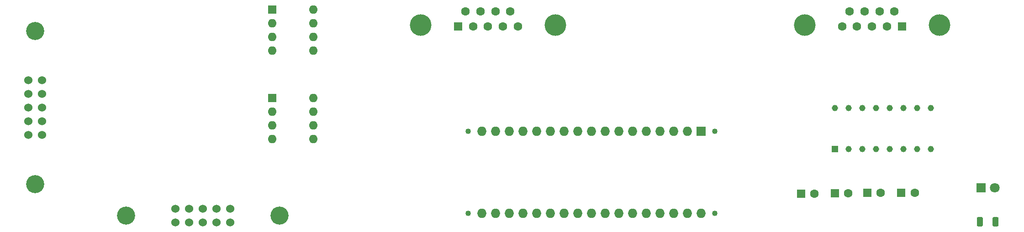
<source format=gbr>
%TF.GenerationSoftware,KiCad,Pcbnew,(5.1.9)-1*%
%TF.CreationDate,2021-03-26T17:14:50+01:00*%
%TF.ProjectId,Microcontroller,4d696372-6f63-46f6-9e74-726f6c6c6572,rev?*%
%TF.SameCoordinates,Original*%
%TF.FileFunction,Soldermask,Bot*%
%TF.FilePolarity,Negative*%
%FSLAX46Y46*%
G04 Gerber Fmt 4.6, Leading zero omitted, Abs format (unit mm)*
G04 Created by KiCad (PCBNEW (5.1.9)-1) date 2021-03-26 17:14:50*
%MOMM*%
%LPD*%
G01*
G04 APERTURE LIST*
%ADD10R,1.160000X1.160000*%
%ADD11C,1.160000*%
%ADD12C,1.800000*%
%ADD13R,1.800000X1.800000*%
%ADD14C,1.524000*%
%ADD15C,3.352800*%
%ADD16C,1.600000*%
%ADD17R,1.600000X1.600000*%
%ADD18C,4.000000*%
%ADD19C,1.016000*%
%ADD20O,1.727200X1.727200*%
%ADD21R,1.727200X1.727200*%
%ADD22O,1.600000X1.600000*%
G04 APERTURE END LIST*
%TO.C,R11*%
G36*
G01*
X217754500Y-149469001D02*
X217754500Y-148218999D01*
G75*
G02*
X218004499Y-147969000I249999J0D01*
G01*
X218629501Y-147969000D01*
G75*
G02*
X218879500Y-148218999I0J-249999D01*
G01*
X218879500Y-149469001D01*
G75*
G02*
X218629501Y-149719000I-249999J0D01*
G01*
X218004499Y-149719000D01*
G75*
G02*
X217754500Y-149469001I0J249999D01*
G01*
G37*
G36*
G01*
X214829500Y-149469001D02*
X214829500Y-148218999D01*
G75*
G02*
X215079499Y-147969000I249999J0D01*
G01*
X215704501Y-147969000D01*
G75*
G02*
X215954500Y-148218999I0J-249999D01*
G01*
X215954500Y-149469001D01*
G75*
G02*
X215704501Y-149719000I-249999J0D01*
G01*
X215079499Y-149719000D01*
G75*
G02*
X214829500Y-149469001I0J249999D01*
G01*
G37*
%TD*%
D10*
%TO.C,IC1*%
X188520000Y-135350000D03*
D11*
X191060000Y-135350000D03*
X193600000Y-135350000D03*
X196140000Y-135350000D03*
X198680000Y-135350000D03*
X201220000Y-135350000D03*
X203760000Y-135350000D03*
X206300000Y-135350000D03*
X206300000Y-127730000D03*
X203760000Y-127730000D03*
X201220000Y-127730000D03*
X198680000Y-127730000D03*
X196140000Y-127730000D03*
X193600000Y-127730000D03*
X191060000Y-127730000D03*
X188520000Y-127730000D03*
%TD*%
D12*
%TO.C,D1*%
X218186000Y-142494000D03*
D13*
X215646000Y-142494000D03*
%TD*%
D14*
%TO.C,J2*%
X66250000Y-146390000D03*
X66250000Y-148930000D03*
X68790000Y-146390000D03*
X68790000Y-148930000D03*
X71330000Y-146390000D03*
X71330000Y-148930000D03*
X73870000Y-146390000D03*
X73870000Y-148930000D03*
X76410000Y-146390000D03*
X76410000Y-148930000D03*
D15*
X57118700Y-147660000D03*
X85541300Y-147660000D03*
%TD*%
D14*
%TO.C,J1*%
X41590000Y-122570000D03*
X39050000Y-122570000D03*
X41590000Y-125110000D03*
X39050000Y-125110000D03*
X41590000Y-127650000D03*
X39050000Y-127650000D03*
X41590000Y-130190000D03*
X39050000Y-130190000D03*
X41590000Y-132730000D03*
X39050000Y-132730000D03*
D15*
X40320000Y-113438700D03*
X40320000Y-141861300D03*
%TD*%
D16*
%TO.C,C22*%
X184770000Y-143600000D03*
D17*
X182270000Y-143600000D03*
%TD*%
D16*
%TO.C,C21*%
X203330000Y-143490000D03*
D17*
X200830000Y-143490000D03*
%TD*%
D16*
%TO.C,C20*%
X197010000Y-143490000D03*
D17*
X194510000Y-143490000D03*
%TD*%
D16*
%TO.C,C19*%
X191030000Y-143550000D03*
D17*
X188530000Y-143550000D03*
%TD*%
D18*
%TO.C,J4*%
X182910000Y-112300000D03*
X207910000Y-112300000D03*
D16*
X191255000Y-109760000D03*
X194025000Y-109760000D03*
X196795000Y-109760000D03*
X199565000Y-109760000D03*
X189870000Y-112600000D03*
X192640000Y-112600000D03*
X195410000Y-112600000D03*
X198180000Y-112600000D03*
D17*
X200950000Y-112600000D03*
%TD*%
D18*
%TO.C,J3*%
X111710000Y-112280000D03*
X136710000Y-112280000D03*
D16*
X128365000Y-109740000D03*
X125595000Y-109740000D03*
X122825000Y-109740000D03*
X120055000Y-109740000D03*
X129750000Y-112580000D03*
X126980000Y-112580000D03*
X124210000Y-112580000D03*
X121440000Y-112580000D03*
D17*
X118670000Y-112580000D03*
%TD*%
D19*
%TO.C,XA1*%
X166300000Y-132000000D03*
X120580000Y-132000000D03*
X166300000Y-147240000D03*
D20*
X145980000Y-147240000D03*
X153600000Y-132000000D03*
D21*
X163760000Y-132000000D03*
D20*
X163760000Y-147240000D03*
X130740000Y-147240000D03*
X158680000Y-147240000D03*
X151060000Y-132000000D03*
X156140000Y-147240000D03*
X151060000Y-147240000D03*
X125660000Y-147240000D03*
X153600000Y-147240000D03*
X161220000Y-132000000D03*
X156140000Y-132000000D03*
X158680000Y-132000000D03*
X148520000Y-132000000D03*
X145980000Y-132000000D03*
X143440000Y-132000000D03*
X140900000Y-132000000D03*
X138360000Y-132000000D03*
X135820000Y-132000000D03*
X133280000Y-132000000D03*
X130740000Y-132000000D03*
X128200000Y-132000000D03*
D19*
X120580000Y-147240000D03*
D20*
X128200000Y-147240000D03*
X123120000Y-147240000D03*
X123120000Y-132000000D03*
X125660000Y-132000000D03*
X148520000Y-147240000D03*
X133280000Y-147240000D03*
X135820000Y-147240000D03*
X138360000Y-147240000D03*
X140900000Y-147240000D03*
X143440000Y-147240000D03*
X161220000Y-147240000D03*
%TD*%
D22*
%TO.C,SW2*%
X91830000Y-125850000D03*
X84210000Y-133470000D03*
X91830000Y-128390000D03*
X84210000Y-130930000D03*
X91830000Y-130930000D03*
X84210000Y-128390000D03*
X91830000Y-133470000D03*
D17*
X84210000Y-125850000D03*
%TD*%
D22*
%TO.C,SW1*%
X91820000Y-109440000D03*
X84200000Y-117060000D03*
X91820000Y-111980000D03*
X84200000Y-114520000D03*
X91820000Y-114520000D03*
X84200000Y-111980000D03*
X91820000Y-117060000D03*
D17*
X84200000Y-109440000D03*
%TD*%
M02*

</source>
